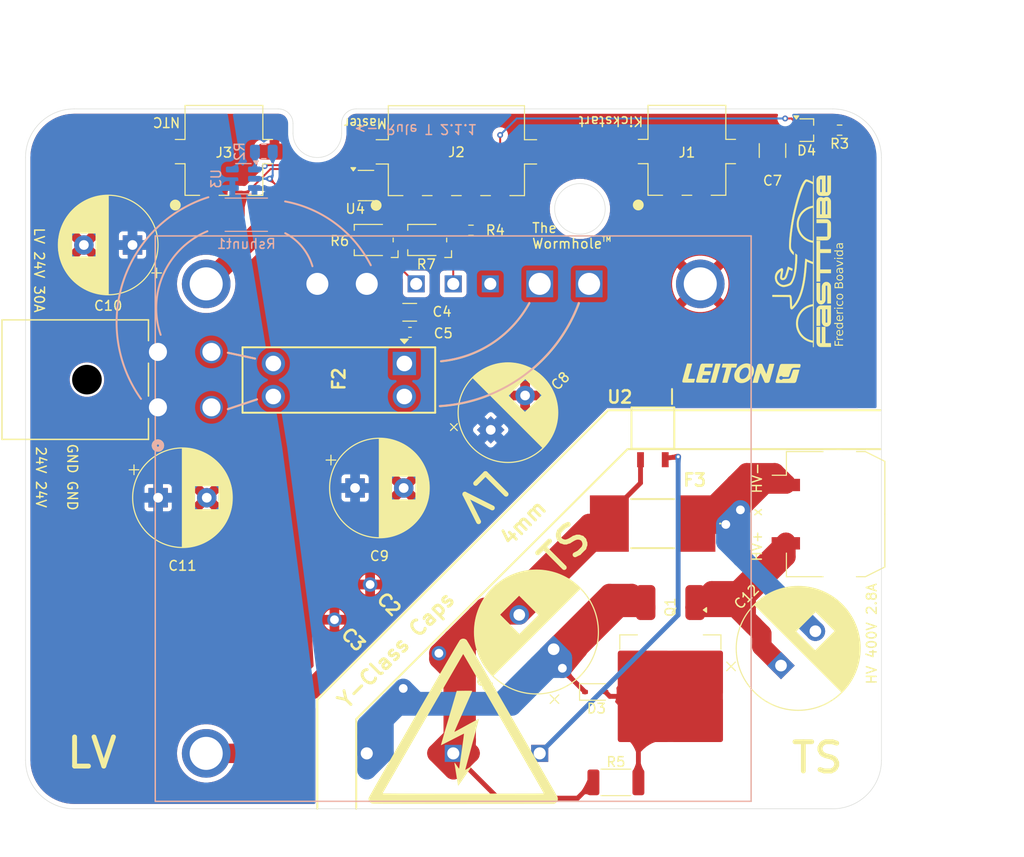
<source format=kicad_pcb>
(kicad_pcb
	(version 20240108)
	(generator "pcbnew")
	(generator_version "8.0")
	(general
		(thickness 1.6)
		(legacy_teardrops no)
	)
	(paper "A4")
	(layers
		(0 "F.Cu" mixed)
		(1 "In1.Cu" power "GND")
		(2 "In2.Cu" power "+24V")
		(31 "B.Cu" mixed)
		(32 "B.Adhes" user "B.Adhesive")
		(33 "F.Adhes" user "F.Adhesive")
		(34 "B.Paste" user)
		(35 "F.Paste" user)
		(36 "B.SilkS" user "B.Silkscreen")
		(37 "F.SilkS" user "F.Silkscreen")
		(38 "B.Mask" user)
		(39 "F.Mask" user)
		(40 "Dwgs.User" user "User.Drawings")
		(41 "Cmts.User" user "User.Comments")
		(42 "Eco1.User" user "User.Eco1")
		(43 "Eco2.User" user "User.Eco2")
		(44 "Edge.Cuts" user)
		(45 "Margin" user)
		(46 "B.CrtYd" user "B.Courtyard")
		(47 "F.CrtYd" user "F.Courtyard")
		(48 "B.Fab" user)
		(49 "F.Fab" user)
		(50 "User.1" user)
		(51 "User.2" user)
		(52 "User.3" user)
		(53 "User.4" user)
		(54 "User.5" user)
		(55 "User.6" user)
		(56 "User.7" user)
		(57 "User.8" user)
		(58 "User.9" user)
	)
	(setup
		(stackup
			(layer "F.SilkS"
				(type "Top Silk Screen")
			)
			(layer "F.Paste"
				(type "Top Solder Paste")
			)
			(layer "F.Mask"
				(type "Top Solder Mask")
				(thickness 0.01)
			)
			(layer "F.Cu"
				(type "copper")
				(thickness 0.035)
			)
			(layer "dielectric 1"
				(type "prepreg")
				(thickness 0.1)
				(material "FR4")
				(epsilon_r 4.5)
				(loss_tangent 0.02)
			)
			(layer "In1.Cu"
				(type "copper")
				(thickness 0.035)
			)
			(layer "dielectric 2"
				(type "core")
				(thickness 1.24)
				(material "FR4")
				(epsilon_r 4.5)
				(loss_tangent 0.02)
			)
			(layer "In2.Cu"
				(type "copper")
				(thickness 0.035)
			)
			(layer "dielectric 3"
				(type "prepreg")
				(thickness 0.1)
				(material "FR4")
				(epsilon_r 4.5)
				(loss_tangent 0.02)
			)
			(layer "B.Cu"
				(type "copper")
				(thickness 0.035)
			)
			(layer "B.Mask"
				(type "Bottom Solder Mask")
				(thickness 0.01)
			)
			(layer "B.Paste"
				(type "Bottom Solder Paste")
			)
			(layer "B.SilkS"
				(type "Bottom Silk Screen")
			)
			(copper_finish "None")
			(dielectric_constraints no)
		)
		(pad_to_mask_clearance 0)
		(allow_soldermask_bridges_in_footprints no)
		(pcbplotparams
			(layerselection 0x00010fc_ffffffff)
			(plot_on_all_layers_selection 0x0000000_00000000)
			(disableapertmacros no)
			(usegerberextensions no)
			(usegerberattributes yes)
			(usegerberadvancedattributes yes)
			(creategerberjobfile yes)
			(dashed_line_dash_ratio 12.000000)
			(dashed_line_gap_ratio 3.000000)
			(svgprecision 4)
			(plotframeref no)
			(viasonmask no)
			(mode 1)
			(useauxorigin no)
			(hpglpennumber 1)
			(hpglpenspeed 20)
			(hpglpendiameter 15.000000)
			(pdf_front_fp_property_popups yes)
			(pdf_back_fp_property_popups yes)
			(dxfpolygonmode yes)
			(dxfimperialunits yes)
			(dxfusepcbnewfont yes)
			(psnegative no)
			(psa4output no)
			(plotreference yes)
			(plotvalue yes)
			(plotfptext yes)
			(plotinvisibletext no)
			(sketchpadsonfab no)
			(subtractmaskfromsilk no)
			(outputformat 1)
			(mirror no)
			(drillshape 1)
			(scaleselection 1)
			(outputdirectory "")
		)
	)
	(net 0 "")
	(net 1 "/-VIN")
	(net 2 "GND")
	(net 3 "Net-(D4-Pad3)")
	(net 4 "/+VIN")
	(net 5 "Net-(R3-Pad2)")
	(net 6 "+3V3")
	(net 7 "/LV+")
	(net 8 "/3V_buttoncell")
	(net 9 "/TEMP_TSDCDC")
	(net 10 "/HV-in")
	(net 11 "/HV+in")
	(net 12 "/G")
	(net 13 "/~{EN}")
	(net 14 "/+Vout")
	(net 15 "/LV-")
	(net 16 "/LV_I_measure")
	(net 17 "/I_meas_weak")
	(net 18 "/+S")
	(net 19 "/TRM")
	(footprint "Capacitor_SMD:C_1210_3225Metric" (layer "F.Cu") (at 176.8 64.284177 -90))
	(footprint "Resistor_SMD:R_0603_1608Metric" (layer "F.Cu") (at 183.7 62.184177))
	(footprint "footprints:VY1471M29Y5UC63V0" (layer "F.Cu") (at 131.762875 112.550234 -45))
	(footprint "FaSTTUBe_connectors:Micro_Mate-N-Lok_2p_horizontal" (layer "F.Cu") (at 168 64.384177 180))
	(footprint "Potentiometer_SMD:Potentiometer_Bourns_TC33X_Vertical" (layer "F.Cu") (at 141.2 73.484177 180))
	(footprint "Capacitor_THT:CP_Radial_D12.5mm_P5.00mm" (layer "F.Cu") (at 154.3 115.584177 135))
	(footprint "Capacitor_THT:CP_Radial_D10.0mm_P5.00mm" (layer "F.Cu") (at 111 74 180))
	(footprint "footprints:0ACG5000TE" (layer "F.Cu") (at 164.475 102.659177 180))
	(footprint "FaSTTUBe_logos:FTLogo_small" (layer "F.Cu") (at 179.8 75.684177 90))
	(footprint "Capacitor_SMD:C_1206_3216Metric" (layer "F.Cu") (at 139.5 80.921677))
	(footprint "footprints:VY1471M29Y5UC63V0" (layer "F.Cu") (at 142.5 116 135))
	(footprint "Capacitor_SMD:C_0603_1608Metric" (layer "F.Cu") (at 139.525 82.984177))
	(footprint "Diode_SMD:D_SOD-323" (layer "F.Cu") (at 158.575 119.984177))
	(footprint "Resistor_SMD:R_0603_1608Metric" (layer "F.Cu") (at 145.8 72.484177 180))
	(footprint "FaSTTUBe_connectors:Micro_Mate-N-Lok_2p_horizontal" (layer "F.Cu") (at 120.4 64.3925 180))
	(footprint "Package_TO_SOT_SMD:SOT-323_SC-70"
		(layer "F.Cu")
		(uuid "73ce4344-af5a-43c2-9519-1efc3785646c")
		(at 180.3 62.184177)
		(descr "SOT-323, SC-70")
		(tags "SOT-323 SC-70")
		(property "Reference" "D4"
			(at 0 2.1 0)
			(layer "F.SilkS")
			(uuid "32ff512b-f2eb-4af7-be4d-8bd1b5164ae7")
			(effects
				(font
					(size 1 1)
					(thickness 0.15)
				)
			)
		)
		(property "Value" "BAT54CW"
			(at -0.05 2.05 0)
			(layer "F.Fab")
			(hide yes)
			(uuid "9c89e4a2-6e76-4029-978f-bacb848fee86")
			(effects
				(font
					(size 1 1)
					(thickness 0.15)
				)
			)
		)
		(property "Footprint" "Package_TO_SOT_SMD:SOT-323_SC-70"
			(at 0 0 0)
			(unlocked yes)
			(layer "F.Fab")
			(hide yes)
			(uuid "f55342a7-a7c8-46ec-a702-a91e00e71b86")
			(effects
				(font
					(size 1.27 1.27)
					(thickness 0.15)
				)
			)
		)
		(property "Datasheet" "https://assets.nexperia.com/documents/data-sheet/BAT54W_SER.pdf"
			(at 0 0 0)
			(unlocked yes)
			(layer "F.Fab")
			(hide yes)
			(uuid "afa13fc6-1d20-4cbb-aba9-41778f9ff209")
			(effects
				(font
					(size 1.27 1.27)
					(thickness 0.15)
				)
			)
		)
		(property "Description" "Dual schottky barrier diode, common cathode, SOT-323"
			(at 0 0 0)
			(unlocked yes)
			(layer "F.Fab")
			(hide yes)
			(uuid "2898b410-8a02-4d2c-90af-cb7e81b23593")
			(effects
				(font
					(size 1.27 1.27)
					(thickness 0.15)
				)
			)
		)
		(property ki_fp_filters "SOT?323*")
		(path "/b8e7922f-8ba2-48e8-a335-b2f47928cac2")
		(sheetname "Root")
		(sheetfile "TDK_DCDC_pcb.kicad_sch")
		(attr smd)
		(fp_line
			(start -0.68 -1.159999)
			(end 0.73 -1.16)
			(stroke
				(width 0.12)
				(type solid)
			)
			(layer "F.SilkS")
			(uuid "a47b9a99-a412-43c1-909b-aaa093985b8b")
		)
		(fp_line
			(start -0.68 1.159999)
			(end 0.73 1.16)
			(stroke
				(width 0.12)
				(type solid)
			)
			(layer "F.SilkS")
			(uuid "99f82ad3-7d1b-4b1a-877b-629742bf5100")
		)
		(fp_line
			(start 0.73 -1.16)
			(end 0.73 -0.499999)
			(stroke
				(width 0.12)
				(type solid)
			)
			(layer "F.SilkS")
			(uuid "00e0a2b0-6345-4cbe-8d41-31fbb227d73d")
		)
		(fp_line
			(start 0.73 0.499999)
			(end 0.73 1.16)
			(stroke
				(width 0.12)
				(type solid)
			)
			(layer "F.SilkS")
			(uuid "4ae9752e-457f-4bc8-8735-f8f8a88624e7")
		)
		(fp_poly
			(pts
				(xy -1.05 -1.14) (xy -1.29 -1.47) (xy -0.81 -1.469999) (xy -1.05 -1.14)
			)
			(stroke
				(width 0.12)
				(type solid)
			)
			(fill solid)
			(layer "F.SilkS")
			(uuid "7eb141ac-8445-46c4-a8e4-0209125f685a")
		)
		(fp_line
			(start -1.7 -1.3)
			(end 1.7 -1.3)
			(stroke
				(width 0.05)
				(type solid)
			)
			(layer "F.CrtYd")
			(uuid "ac817090-0d15-40b4-a8ec-f09be59e3642")
		)
		(fp_line
			(start -1.7 1.3)
			(end -1.7 -1.3)
			(stroke
				(width 0.05)
				(type solid)
			)
			(layer "F.CrtYd")
			(uuid "b1142b85-4a4c-4a12-b264-f743a6b85011")
		)
		(fp_line
			(start 1.7 -1.3)
			(end 1.7 1.3)
			(stroke
				(width 0.05)
				(type solid)
			)
			(layer "F.CrtYd")
			(uuid "c9bfc342-40c6-4e6b-8825-9934590dec70")
		)
		(fp_line
			(start 1.7 1.3)
			(end -1.7 1.3)
			(stroke
				(width 0.05)
				(type solid)
			)
			(layer "F.CrtYd")
			(uuid "337c4a9f-14d1-42bd-86c2-65ce736e5d40")
		)
		(fp_line
			(start -0.680001 -0.6)
			(end -0.68 1.1)
			(stroke
				(width 0.1)
				(type solid)
			)
			(layer "F.Fab")
			(uuid "7666ba71-3a2f-45c1-a7b9-e948a1bc3946")
		)
		(fp_line
			(start -0.18 -1.1)
			(end -0.680001 -0.6)
			(stroke
				(width 0.1)
				(type solid)
			)
			(layer "F.Fab")
			(uuid "9129ff45-39a9-4aae-9eff-f8f0e1835e12")
		)
		(fp_line
			(start 0.67 -1.1)
			(end -0.18 -1.1)
			(stroke
				(width 0.1)
				(type solid)
			)
			(layer "F.Fab")
			(uuid "5ca97cbc-fe2e-4d46-a9bb-d49bdb1c93c2")
		)
		(fp_line
			(start 0.67 -1.1)
			(end 0.67 1.1)
			(stroke
				(width 0.1)
				(type solid)
			)
			(layer "F.Fab")
			(uuid "aaa35228-28c1-46ad-b023-c2b01da6d782")
		)
		(fp_line
			(start 0.67 1.1)
			(end -0.68 1.1)
			(stroke
				(width 0.1)
				(type solid)
			)
			(layer "F.Fab")
			(uuid "b26fb696-4911-4b35-b2d8-0a63a3fe31f1")
		)
		(pad "1" smd roundrect
			(at -1 -0.65 270)
			(size 0.45 0.7)
			(layers "F.Cu" "F.Paste" "F.Mask")
			(roundrect_rratio 0.25)
			(net 6 "+3V3")
			(pintype "passive")
			(teardrops
				(best_length_ratio 0.5)
				(max_length 1)
				(best_width_ratio 1)
				(max_width 2)
				(curve_points 5)
				(filter_ratio 0.9)
				(enabled yes)
				(allow_two_segments yes)
				(prefer_zone_connections yes)
			)
			(uuid "63904d9e-a83f-45eb-9900-bdbf45ab94b8")
		)
		(pad "2" smd rou
... [709177 chars truncated]
</source>
